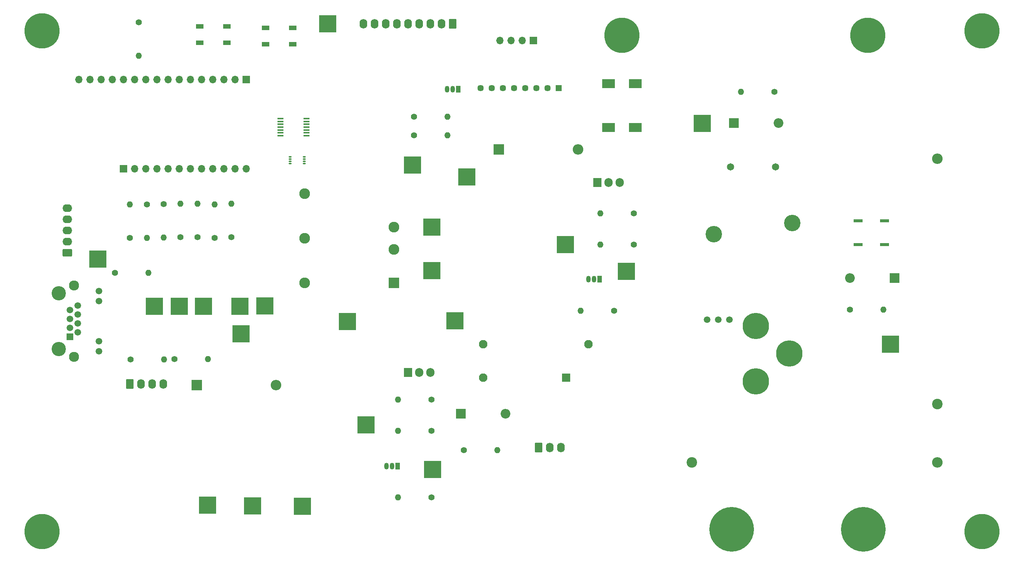
<source format=gts>
G04 #@! TF.GenerationSoftware,KiCad,Pcbnew,7.0.8*
G04 #@! TF.CreationDate,2023-11-09T10:36:58-05:00*
G04 #@! TF.ProjectId,mecc-pcb-kicad,6d656363-2d70-4636-922d-6b696361642e,v1*
G04 #@! TF.SameCoordinates,Original*
G04 #@! TF.FileFunction,Soldermask,Top*
G04 #@! TF.FilePolarity,Negative*
%FSLAX46Y46*%
G04 Gerber Fmt 4.6, Leading zero omitted, Abs format (unit mm)*
G04 Created by KiCad (PCBNEW 7.0.8) date 2023-11-09 10:36:58*
%MOMM*%
%LPD*%
G01*
G04 APERTURE LIST*
G04 Aperture macros list*
%AMRoundRect*
0 Rectangle with rounded corners*
0 $1 Rounding radius*
0 $2 $3 $4 $5 $6 $7 $8 $9 X,Y pos of 4 corners*
0 Add a 4 corners polygon primitive as box body*
4,1,4,$2,$3,$4,$5,$6,$7,$8,$9,$2,$3,0*
0 Add four circle primitives for the rounded corners*
1,1,$1+$1,$2,$3*
1,1,$1+$1,$4,$5*
1,1,$1+$1,$6,$7*
1,1,$1+$1,$8,$9*
0 Add four rect primitives between the rounded corners*
20,1,$1+$1,$2,$3,$4,$5,0*
20,1,$1+$1,$4,$5,$6,$7,0*
20,1,$1+$1,$6,$7,$8,$9,0*
20,1,$1+$1,$8,$9,$2,$3,0*%
G04 Aperture macros list end*
%ADD10R,4.000000X4.000000*%
%ADD11R,1.800000X1.100000*%
%ADD12C,1.400000*%
%ADD13O,1.400000X1.400000*%
%ADD14O,1.050000X1.500000*%
%ADD15R,1.050000X1.500000*%
%ADD16C,8.000000*%
%ADD17R,2.400000X2.400000*%
%ADD18O,2.400000X2.400000*%
%ADD19R,1.950000X1.950000*%
%ADD20C,1.950000*%
%ADD21C,6.000000*%
%ADD22C,1.500000*%
%ADD23R,3.000000X2.000000*%
%ADD24R,2.200000X2.200000*%
%ADD25O,2.200000X2.200000*%
%ADD26C,3.750000*%
%ADD27C,1.650000*%
%ADD28C,2.400000*%
%ADD29R,1.450000X1.450000*%
%ADD30C,1.450000*%
%ADD31C,3.250000*%
%ADD32R,1.500000X1.500000*%
%ADD33C,2.300000*%
%ADD34RoundRect,0.250000X0.620000X0.845000X-0.620000X0.845000X-0.620000X-0.845000X0.620000X-0.845000X0*%
%ADD35O,1.740000X2.190000*%
%ADD36RoundRect,0.250000X0.845000X-0.620000X0.845000X0.620000X-0.845000X0.620000X-0.845000X-0.620000X0*%
%ADD37O,2.190000X1.740000*%
%ADD38R,1.700000X1.700000*%
%ADD39O,1.700000X1.700000*%
%ADD40RoundRect,0.102000X1.125000X1.125000X-1.125000X1.125000X-1.125000X-1.125000X1.125000X-1.125000X0*%
%ADD41C,2.454000*%
%ADD42O,0.800001X0.299999*%
%ADD43O,1.905000X2.000000*%
%ADD44R,1.905000X2.000000*%
%ADD45C,10.160000*%
%ADD46R,2.000000X0.700000*%
%ADD47RoundRect,0.250000X-0.620000X-0.845000X0.620000X-0.845000X0.620000X0.845000X-0.620000X0.845000X0*%
%ADD48R,1.409700X0.355600*%
G04 APERTURE END LIST*
D10*
G04 #@! TO.C,TP7*
X172000000Y-154000000D03*
G04 #@! TD*
D11*
G04 #@! TO.C,SW2*
X135100000Y-91000000D03*
X128900000Y-91000000D03*
X128900000Y-87300000D03*
X135100000Y-87300000D03*
G04 #@! TD*
D10*
G04 #@! TO.C,24V_1*
X125900000Y-196200000D03*
G04 #@! TD*
D12*
G04 #@! TO.C,R7*
X117300000Y-135100000D03*
D13*
X117300000Y-127480000D03*
G04 #@! TD*
D14*
G04 #@! TO.C,Q1*
X156445000Y-187099375D03*
X157715000Y-187099375D03*
D15*
X158985000Y-187099375D03*
G04 #@! TD*
D10*
G04 #@! TO.C,5V_1*
X137250000Y-196250000D03*
G04 #@! TD*
D16*
G04 #@! TO.C,*
X266000000Y-89000000D03*
G04 #@! TD*
G04 #@! TO.C,*
X210000000Y-89000000D03*
G04 #@! TD*
D17*
G04 #@! TO.C,C1*
X182000000Y-115000000D03*
D18*
X200000000Y-115000000D03*
G04 #@! TD*
D19*
G04 #@! TO.C,DISCHARGE_RELAY1*
X197335000Y-167005000D03*
D20*
X202375000Y-159385000D03*
X178435000Y-167005000D03*
X178435000Y-159385000D03*
G04 #@! TD*
D12*
G04 #@! TO.C,R_RELAY_PULLDOWN1*
X261882500Y-151447500D03*
D13*
X269502500Y-151447500D03*
G04 #@! TD*
D12*
G04 #@! TO.C,R_RELAY_PULLDOWN3*
X244721875Y-101900000D03*
D13*
X237101875Y-101900000D03*
G04 #@! TD*
D21*
G04 #@! TO.C,U1*
X248104600Y-161428000D03*
X240481600Y-155205000D03*
X240481600Y-167778000D03*
D22*
X234480000Y-153800000D03*
X231940000Y-153800000D03*
X229400000Y-153800000D03*
G04 #@! TD*
D10*
G04 #@! TO.C,TP5*
X271145000Y-159385000D03*
G04 #@! TD*
G04 #@! TO.C,TP14*
X162350000Y-118550000D03*
G04 #@! TD*
D23*
G04 #@! TO.C,FUSE_HOLDER1*
X206970000Y-100040000D03*
X206970000Y-109960000D03*
X213030000Y-109960000D03*
X213030000Y-100040000D03*
G04 #@! TD*
D12*
G04 #@! TO.C,R6*
X100000000Y-86000000D03*
D13*
X100000000Y-93620000D03*
G04 #@! TD*
D10*
G04 #@! TO.C,TP3*
X166883750Y-187849375D03*
G04 #@! TD*
D24*
G04 #@! TO.C,D3*
X235520000Y-108968750D03*
D25*
X245680000Y-108968750D03*
G04 #@! TD*
D10*
G04 #@! TO.C,3.3V_1*
X115700000Y-196000000D03*
G04 #@! TD*
D12*
G04 #@! TO.C,RHIGH_10k2*
X166621250Y-194199375D03*
D13*
X159001250Y-194199375D03*
G04 #@! TD*
D26*
G04 #@! TO.C,HIGH_SIDE_RELAY1*
X230950000Y-134250000D03*
X248750000Y-131750000D03*
D27*
X234750000Y-118950000D03*
X244950000Y-118950000D03*
G04 #@! TD*
D10*
G04 #@! TO.C,TP17*
X143000000Y-86350000D03*
G04 #@! TD*
D12*
G04 #@! TO.C,R9*
X101900000Y-127500000D03*
D13*
X101900000Y-135120000D03*
G04 #@! TD*
D12*
G04 #@! TO.C,RHIGH_10k4*
X212737500Y-136656250D03*
D13*
X205117500Y-136656250D03*
G04 #@! TD*
D10*
G04 #@! TO.C,GND_1*
X174700000Y-121250000D03*
G04 #@! TD*
D12*
G04 #@! TO.C,RHIGH_10k1*
X208200000Y-151700000D03*
D13*
X200580000Y-151700000D03*
G04 #@! TD*
D12*
G04 #@! TO.C,R3*
X105700000Y-127400000D03*
D13*
X105700000Y-135020000D03*
G04 #@! TD*
D10*
G04 #@! TO.C,TP4*
X211000000Y-142800000D03*
G04 #@! TD*
D24*
G04 #@! TO.C,D4*
X173335000Y-175199375D03*
D25*
X183495000Y-175199375D03*
G04 #@! TD*
D28*
G04 #@! TO.C,R_PRECHARGE1*
X281841875Y-172962500D03*
D18*
X281841875Y-117082500D03*
G04 #@! TD*
D29*
G04 #@! TO.C,J2*
X195580000Y-101000000D03*
D30*
X193040000Y-101000000D03*
X190500000Y-101000000D03*
X187960000Y-101000000D03*
X185420000Y-101000000D03*
X182880000Y-101000000D03*
X180340000Y-101000000D03*
X177800000Y-101000000D03*
G04 #@! TD*
D31*
G04 #@! TO.C,J3*
X81860000Y-160490000D03*
X81860000Y-147790000D03*
D32*
X84400000Y-157700000D03*
D22*
X86180000Y-156684000D03*
X84400000Y-155668000D03*
X86180000Y-154652000D03*
X84400000Y-153636000D03*
X86180000Y-152620000D03*
X84400000Y-151604000D03*
X86180000Y-150588000D03*
X91000000Y-161000000D03*
X91000000Y-158710000D03*
X91000000Y-149570000D03*
X91000000Y-147280000D03*
D33*
X85290000Y-162270000D03*
X85290000Y-146010000D03*
G04 #@! TD*
D34*
G04 #@! TO.C,J7*
X171450000Y-86360000D03*
D35*
X168910000Y-86360000D03*
X166370000Y-86360000D03*
X163830000Y-86360000D03*
X161290000Y-86360000D03*
X158750000Y-86360000D03*
X156210000Y-86360000D03*
X153670000Y-86360000D03*
X151130000Y-86360000D03*
G04 #@! TD*
D28*
G04 #@! TO.C,R_DISCHARGE1*
X225950000Y-186250000D03*
D18*
X281830000Y-186250000D03*
G04 #@! TD*
D36*
G04 #@! TO.C,J6*
X83750000Y-138500000D03*
D37*
X83750000Y-135960000D03*
X83750000Y-133420000D03*
X83750000Y-130880000D03*
X83750000Y-128340000D03*
G04 #@! TD*
D12*
G04 #@! TO.C,R8*
X121100000Y-135000000D03*
D13*
X121100000Y-127380000D03*
G04 #@! TD*
D11*
G04 #@! TO.C,SW1*
X120100000Y-90695000D03*
X113900000Y-90695000D03*
X120100000Y-86995000D03*
X113900000Y-86995000D03*
G04 #@! TD*
D38*
G04 #@! TO.C,JP1*
X96520000Y-119380000D03*
D39*
X99060000Y-119380000D03*
X101600000Y-119380000D03*
X104140000Y-119380000D03*
X106680000Y-119380000D03*
X109220000Y-119380000D03*
X111760000Y-119380000D03*
X114300000Y-119380000D03*
X116840000Y-119380000D03*
X119380000Y-119380000D03*
X121920000Y-119380000D03*
X124460000Y-119380000D03*
G04 #@! TD*
D10*
G04 #@! TO.C,TP16*
X123100000Y-150700000D03*
G04 #@! TD*
G04 #@! TO.C,TP2*
X151750000Y-177750000D03*
G04 #@! TD*
D16*
G04 #@! TO.C,GND*
X78000000Y-88000000D03*
G04 #@! TD*
D10*
G04 #@! TO.C,TP18*
X147550000Y-154200000D03*
G04 #@! TD*
G04 #@! TO.C,TP8*
X166752000Y-142591000D03*
G04 #@! TD*
D12*
G04 #@! TO.C,RHIGH_10k3*
X166621250Y-179118125D03*
D13*
X159001250Y-179118125D03*
G04 #@! TD*
D12*
G04 #@! TO.C,R11*
X162690000Y-107500000D03*
D13*
X170310000Y-107500000D03*
G04 #@! TD*
D12*
G04 #@! TO.C,RHIGH_10k5*
X166621250Y-171974375D03*
D13*
X159001250Y-171974375D03*
G04 #@! TD*
D40*
G04 #@! TO.C,J5*
X158115000Y-145415000D03*
D41*
X158115000Y-137795000D03*
X158115000Y-132715000D03*
X137795000Y-125095000D03*
X137795000Y-135255000D03*
X137795000Y-145415000D03*
G04 #@! TD*
D42*
G04 #@! TO.C,U3*
X134500000Y-116700001D03*
X134500000Y-117200000D03*
X134500000Y-117700002D03*
X134500000Y-118200000D03*
X137700001Y-118200000D03*
X137700001Y-117700002D03*
X137700001Y-117200000D03*
X137700001Y-116700001D03*
G04 #@! TD*
D10*
G04 #@! TO.C,TP15*
X128750000Y-150600000D03*
G04 #@! TD*
D43*
G04 #@! TO.C,Q3*
X163875000Y-165775625D03*
D44*
X161335000Y-165775625D03*
D43*
X166415000Y-165775625D03*
G04 #@! TD*
D12*
G04 #@! TO.C,RHIGH_10k6*
X212737500Y-129512500D03*
D13*
X205117500Y-129512500D03*
G04 #@! TD*
D45*
G04 #@! TO.C,J1*
X265000000Y-201500000D03*
X235030000Y-201500000D03*
G04 #@! TD*
D12*
G04 #@! TO.C,R2*
X108200000Y-162700000D03*
D13*
X115820000Y-162700000D03*
G04 #@! TD*
D10*
G04 #@! TO.C,TP13*
X90750000Y-140000000D03*
G04 #@! TD*
G04 #@! TO.C,TP1*
X197125000Y-136656250D03*
G04 #@! TD*
D12*
G04 #@! TO.C,R12*
X162690000Y-111750000D03*
D13*
X170310000Y-111750000D03*
G04 #@! TD*
D16*
G04 #@! TO.C,GND*
X292000000Y-88000000D03*
G04 #@! TD*
D10*
G04 #@! TO.C,TP6*
X228315625Y-109043750D03*
G04 #@! TD*
D46*
G04 #@! TO.C,PRECHARGE_RELAY1*
X269760625Y-136685000D03*
X269760625Y-131285000D03*
X263760625Y-131285000D03*
X263760625Y-136685000D03*
G04 #@! TD*
D10*
G04 #@! TO.C,TP11*
X109250000Y-150700000D03*
G04 #@! TD*
D12*
G04 #@! TO.C,R_RELAY_PULLDOWN4*
X173990000Y-183515000D03*
D13*
X181610000Y-183515000D03*
G04 #@! TD*
D12*
G04 #@! TO.C,R13*
X94600000Y-143100000D03*
D13*
X102220000Y-143100000D03*
G04 #@! TD*
D47*
G04 #@! TO.C,J9*
X191020000Y-182900000D03*
D35*
X193560000Y-182900000D03*
X196100000Y-182900000D03*
G04 #@! TD*
D12*
G04 #@! TO.C,R4*
X109500000Y-135000000D03*
D13*
X109500000Y-127380000D03*
G04 #@! TD*
D24*
G04 #@! TO.C,D1*
X272080000Y-144300000D03*
D25*
X261920000Y-144300000D03*
G04 #@! TD*
D12*
G04 #@! TO.C,R1*
X98150000Y-162800000D03*
D13*
X105770000Y-162800000D03*
G04 #@! TD*
D47*
G04 #@! TO.C,J8*
X98000000Y-168400000D03*
D35*
X100540000Y-168400000D03*
X103080000Y-168400000D03*
X105620000Y-168400000D03*
G04 #@! TD*
D48*
G04 #@! TO.C,U2*
X132302250Y-107950000D03*
X132302250Y-108599986D03*
X132302250Y-109249972D03*
X132302250Y-109899958D03*
X132302250Y-110549944D03*
X132302250Y-111199930D03*
X132302250Y-111849916D03*
X138207750Y-111849916D03*
X138207750Y-111199930D03*
X138207750Y-110549944D03*
X138207750Y-109899958D03*
X138207750Y-109249972D03*
X138207750Y-108599986D03*
X138207750Y-107950000D03*
G04 #@! TD*
D10*
G04 #@! TO.C,TP12*
X114800000Y-150700000D03*
G04 #@! TD*
D12*
G04 #@! TO.C,R5*
X113400000Y-135000000D03*
D13*
X113400000Y-127380000D03*
G04 #@! TD*
D16*
G04 #@! TO.C,GND*
X78000000Y-202000000D03*
G04 #@! TD*
D38*
G04 #@! TO.C,J4*
X189865000Y-90170000D03*
D39*
X187325000Y-90170000D03*
X184785000Y-90170000D03*
X182245000Y-90170000D03*
G04 #@! TD*
D10*
G04 #@! TO.C,TP9*
X123350000Y-157000000D03*
G04 #@! TD*
D38*
G04 #@! TO.C,JP2*
X124460000Y-99060000D03*
D39*
X121920000Y-99060000D03*
X119380000Y-99060000D03*
X116840000Y-99060000D03*
X114300000Y-99060000D03*
X111760000Y-99060000D03*
X109220000Y-99060000D03*
X106680000Y-99060000D03*
X104140000Y-99060000D03*
X101600000Y-99060000D03*
X99060000Y-99060000D03*
X96520000Y-99060000D03*
X93980000Y-99060000D03*
X91440000Y-99060000D03*
X88900000Y-99060000D03*
X86360000Y-99060000D03*
G04 #@! TD*
D12*
G04 #@! TO.C,R10*
X98000000Y-135100000D03*
D13*
X98000000Y-127480000D03*
G04 #@! TD*
D43*
G04 #@! TO.C,Q4*
X206960000Y-122520000D03*
D44*
X204420000Y-122520000D03*
D43*
X209500000Y-122520000D03*
G04 #@! TD*
D10*
G04 #@! TO.C,TP9*
X166752000Y-132685000D03*
G04 #@! TD*
G04 #@! TO.C,TP10*
X103600000Y-150750000D03*
G04 #@! TD*
D17*
G04 #@! TO.C,C2*
X113250000Y-168642500D03*
D18*
X131250000Y-168642500D03*
G04 #@! TD*
D16*
G04 #@! TO.C,GND*
X292000000Y-202000000D03*
G04 #@! TD*
D14*
G04 #@! TO.C,Q5*
X170210000Y-101250000D03*
X171480000Y-101250000D03*
D15*
X172750000Y-101250000D03*
G04 #@! TD*
D14*
G04 #@! TO.C,Q2*
X202400000Y-144500000D03*
X203670000Y-144500000D03*
D15*
X204940000Y-144500000D03*
G04 #@! TD*
M02*

</source>
